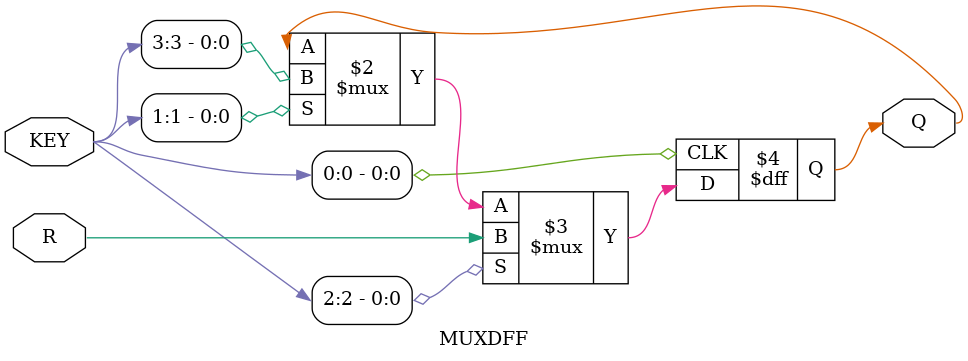
<source format=v>
module top_module (
    input [3:0] SW,
    input [3:0] KEY,
    output [3:0] LEDR
); 

    MUXDFF md1 (.KEY(KEY), .R(SW[3]), .Q(LEDR[3]));
    MUXDFF md2 (.KEY({LEDR[3], KEY[2:0]}), .R(SW[2]), .Q(LEDR[2]));
    MUXDFF md3 (.KEY({LEDR[2], KEY[2:0]}), .R(SW[1]), .Q(LEDR[1]));
    MUXDFF md4 (.KEY({LEDR[1], KEY[2:0]}), .R(SW[0]), .Q(LEDR[0]));
endmodule

module MUXDFF (
	input [3:0] KEY,
    input R, 
    output Q
);

    always @(posedge KEY[0]) begin
        Q <= KEY[2] ? R : (KEY[1] ? KEY[3] : Q);
    end
endmodule

</source>
